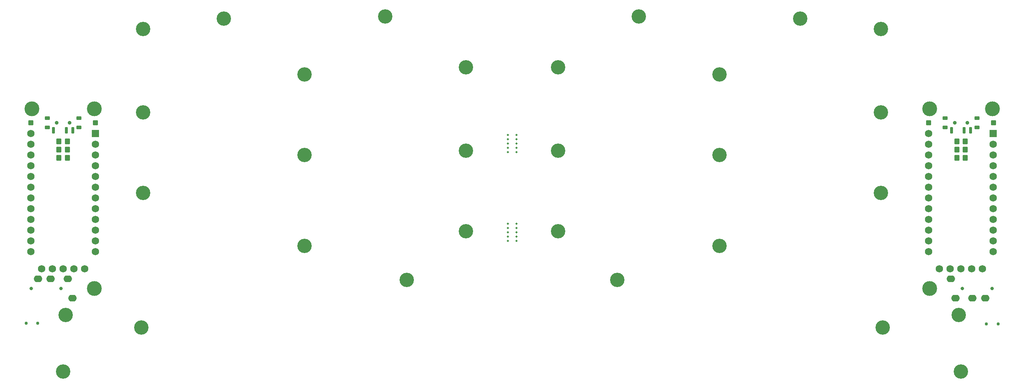
<source format=gbs>
%TF.GenerationSoftware,KiCad,Pcbnew,7.0.7-2.fc38*%
%TF.CreationDate,2023-10-04T20:00:28+05:30*%
%TF.ProjectId,tako,74616b6f-2e6b-4696-9361-645f70636258,rev?*%
%TF.SameCoordinates,Original*%
%TF.FileFunction,Soldermask,Bot*%
%TF.FilePolarity,Negative*%
%FSLAX46Y46*%
G04 Gerber Fmt 4.6, Leading zero omitted, Abs format (unit mm)*
G04 Created by KiCad (PCBNEW 7.0.7-2.fc38) date 2023-10-04 20:00:28*
%MOMM*%
%LPD*%
G01*
G04 APERTURE LIST*
G04 Aperture macros list*
%AMRoundRect*
0 Rectangle with rounded corners*
0 $1 Rounding radius*
0 $2 $3 $4 $5 $6 $7 $8 $9 X,Y pos of 4 corners*
0 Add a 4 corners polygon primitive as box body*
4,1,4,$2,$3,$4,$5,$6,$7,$8,$9,$2,$3,0*
0 Add four circle primitives for the rounded corners*
1,1,$1+$1,$2,$3*
1,1,$1+$1,$4,$5*
1,1,$1+$1,$6,$7*
1,1,$1+$1,$8,$9*
0 Add four rect primitives between the rounded corners*
20,1,$1+$1,$2,$3,$4,$5,0*
20,1,$1+$1,$4,$5,$6,$7,0*
20,1,$1+$1,$6,$7,$8,$9,0*
20,1,$1+$1,$8,$9,$2,$3,0*%
G04 Aperture macros list end*
%ADD10RoundRect,0.312500X-0.312500X-0.312500X0.312500X-0.312500X0.312500X0.312500X-0.312500X0.312500X0*%
%ADD11C,3.400000*%
%ADD12C,0.750000*%
%ADD13C,0.500000*%
%ADD14C,3.500000*%
%ADD15C,0.800000*%
%ADD16O,2.000000X1.600000*%
%ADD17RoundRect,0.312500X0.312500X0.312500X-0.312500X0.312500X-0.312500X-0.312500X0.312500X-0.312500X0*%
%ADD18C,1.752600*%
%ADD19RoundRect,0.120000X-0.480000X-0.280000X0.480000X-0.280000X0.480000X0.280000X-0.480000X0.280000X0*%
%ADD20C,0.900000*%
%ADD21RoundRect,0.105000X-0.245000X-0.645000X0.245000X-0.645000X0.245000X0.645000X-0.245000X0.645000X0*%
%ADD22RoundRect,0.250000X0.350000X0.450000X-0.350000X0.450000X-0.350000X-0.450000X0.350000X-0.450000X0*%
%ADD23RoundRect,0.250000X-0.350000X-0.450000X0.350000X-0.450000X0.350000X0.450000X-0.350000X0.450000X0*%
%ADD24R,1.752600X1.752600*%
G04 APERTURE END LIST*
D10*
%TO.C,BAT_HOLE-101*%
X38155480Y-57819423D03*
%TD*%
D11*
%TO.C,H103*%
X140906339Y-83435489D03*
%TD*%
%TO.C,H1*%
X162639543Y-44666058D03*
%TD*%
%TO.C,H102*%
X140906350Y-64385490D03*
%TD*%
D12*
%TO.C,RSW1*%
X266490971Y-105420627D03*
X263740971Y-105420627D03*
%TD*%
D11*
%TO.C,H18*%
X45829990Y-116671093D03*
%TD*%
D13*
%TO.C,mouse-bite-2mm-slot*%
X150753549Y-60678491D03*
X150753549Y-61694491D03*
X150753549Y-62710491D03*
X150753549Y-63726491D03*
X150753549Y-64742491D03*
X152785549Y-60678491D03*
X152785549Y-61694491D03*
X152785549Y-62710491D03*
X152785549Y-63726491D03*
X152785549Y-64742491D03*
%TD*%
D10*
%TO.C,BAT_HOLE+1*%
X250116908Y-57819421D03*
%TD*%
D11*
%TO.C,H9*%
X219789549Y-33166058D03*
%TD*%
%TO.C,H110*%
X64706339Y-35666056D03*
%TD*%
D14*
%TO.C,H115*%
X53181889Y-54480531D03*
%TD*%
D11*
%TO.C,H108*%
X102806338Y-86959989D03*
%TD*%
%TO.C,H10*%
X238839551Y-35666058D03*
%TD*%
D14*
%TO.C,H17*%
X250364002Y-97039421D03*
%TD*%
D11*
%TO.C,H105*%
X126906338Y-94960499D03*
%TD*%
%TO.C,H13*%
X239297894Y-106243092D03*
%TD*%
%TO.C,H2*%
X162639541Y-64385492D03*
%TD*%
%TO.C,H112*%
X64706342Y-74434994D03*
%TD*%
%TO.C,H5*%
X176639550Y-94960499D03*
%TD*%
%TO.C,H113*%
X64247990Y-106243093D03*
%TD*%
D14*
%TO.C,H116*%
X38400564Y-54480077D03*
%TD*%
D11*
%TO.C,H104*%
X121856340Y-32666056D03*
%TD*%
%TO.C,H107*%
X102806347Y-65434996D03*
%TD*%
D14*
%TO.C,H15*%
X250364001Y-54480531D03*
%TD*%
D15*
%TO.C,J1*%
X265065975Y-97039423D03*
X258065975Y-97039423D03*
D16*
X255365975Y-94739423D03*
X263465975Y-99339423D03*
X260465975Y-99339423D03*
X256465975Y-99339423D03*
%TD*%
D11*
%TO.C,H14*%
X257188549Y-103298991D03*
%TD*%
%TO.C,H114*%
X46357339Y-103298990D03*
%TD*%
D14*
%TO.C,H117*%
X53181888Y-97039423D03*
%TD*%
D11*
%TO.C,H12*%
X238839549Y-74434995D03*
%TD*%
%TO.C,H6*%
X200739542Y-46384998D03*
%TD*%
D13*
%TO.C,mouse-bite-2mm-slot*%
X150753551Y-81678492D03*
X150753551Y-82694492D03*
X150753551Y-83710492D03*
X150753551Y-84726492D03*
X150753551Y-85742492D03*
X152785551Y-81678492D03*
X152785551Y-82694492D03*
X152785551Y-83710492D03*
X152785551Y-84726492D03*
X152785551Y-85742492D03*
%TD*%
D11*
%TO.C,H101*%
X140906345Y-44666058D03*
%TD*%
D17*
%TO.C,BAT_HOLE+101*%
X53428978Y-57819423D03*
%TD*%
D11*
%TO.C,H4*%
X181689545Y-32666057D03*
%TD*%
%TO.C,H11*%
X238839549Y-55384995D03*
%TD*%
D18*
%TO.C,DISP1*%
X252674330Y-92332635D03*
X255214330Y-92332635D03*
X257754330Y-92332635D03*
X260294330Y-92332635D03*
X262834330Y-92332635D03*
%TD*%
%TO.C,DISP101*%
X40711557Y-92332635D03*
X43251557Y-92332635D03*
X45791557Y-92332635D03*
X48331557Y-92332635D03*
X50871557Y-92332635D03*
%TD*%
D11*
%TO.C,H109*%
X83756337Y-33166058D03*
%TD*%
D14*
%TO.C,H16*%
X265145326Y-54480079D03*
%TD*%
D11*
%TO.C,H7*%
X200739541Y-65434995D03*
%TD*%
D17*
%TO.C,BAT_HOLE-1*%
X265390409Y-57819423D03*
%TD*%
D15*
%TO.C,J101*%
X38262468Y-97030596D03*
X45262468Y-97030596D03*
D16*
X47962468Y-99330596D03*
X39862468Y-94730596D03*
X42862468Y-94730596D03*
X46862468Y-94730596D03*
%TD*%
D12*
%TO.C,RSW101*%
X37062468Y-105230596D03*
X39812468Y-105230596D03*
%TD*%
D11*
%TO.C,H111*%
X64706336Y-55384996D03*
%TD*%
%TO.C,H3*%
X162639550Y-83435488D03*
%TD*%
%TO.C,H19*%
X257715972Y-116670626D03*
%TD*%
%TO.C,H8*%
X200739548Y-86959992D03*
%TD*%
%TO.C,H106*%
X102806346Y-46384994D03*
%TD*%
D19*
%TO.C,PSW1*%
X254004580Y-56712138D03*
X254004580Y-58922138D03*
D20*
X256254580Y-57812138D03*
X259254580Y-57812138D03*
D19*
X261504580Y-56712138D03*
X261504580Y-58922138D03*
D21*
X255504580Y-59572138D03*
X258504580Y-59572138D03*
X260004580Y-59572138D03*
%TD*%
D22*
%TO.C,R101*%
X46773372Y-62242136D03*
X44773372Y-62242136D03*
%TD*%
D19*
%TO.C,PSW101*%
X42041307Y-56712135D03*
X42041307Y-58922135D03*
D20*
X44291307Y-57812135D03*
X47291307Y-57812135D03*
D19*
X49541307Y-56712135D03*
X49541307Y-58922135D03*
D21*
X43541307Y-59572135D03*
X46541307Y-59572135D03*
X48041307Y-59572135D03*
%TD*%
D23*
%TO.C,R102*%
X44773374Y-64192135D03*
X46773374Y-64192135D03*
%TD*%
D24*
%TO.C,U1*%
X265374575Y-60373659D03*
D18*
X265374575Y-62913659D03*
X265374575Y-65453659D03*
X265374575Y-67993659D03*
X265374575Y-70533659D03*
X265374575Y-73073659D03*
X265374575Y-75613659D03*
X265374575Y-78153659D03*
X265374575Y-80693659D03*
X265374575Y-83233659D03*
X265374575Y-85773659D03*
X265374575Y-88313659D03*
X250134575Y-88313659D03*
X250134575Y-85773659D03*
X250134575Y-83233659D03*
X250134575Y-80693659D03*
X250134575Y-78153659D03*
X250134575Y-75613659D03*
X250134575Y-73073659D03*
X250134575Y-70533659D03*
X250134575Y-67993659D03*
X250134575Y-65453659D03*
X250134575Y-62913659D03*
X250134575Y-60373659D03*
%TD*%
D22*
%TO.C,R3*%
X258772518Y-66142134D03*
X256772518Y-66142134D03*
%TD*%
D24*
%TO.C,U101*%
X53411311Y-60373658D03*
D18*
X53411311Y-62913658D03*
X53411311Y-65453658D03*
X53411311Y-67993658D03*
X53411311Y-70533658D03*
X53411311Y-73073658D03*
X53411311Y-75613658D03*
X53411311Y-78153658D03*
X53411311Y-80693658D03*
X53411311Y-83233658D03*
X53411311Y-85773658D03*
X53411311Y-88313658D03*
X38171311Y-88313658D03*
X38171311Y-85773658D03*
X38171311Y-83233658D03*
X38171311Y-80693658D03*
X38171311Y-78153658D03*
X38171311Y-75613658D03*
X38171311Y-73073658D03*
X38171311Y-70533658D03*
X38171311Y-67993658D03*
X38171311Y-65453658D03*
X38171311Y-62913658D03*
X38171311Y-60373658D03*
%TD*%
D22*
%TO.C,R2*%
X258772513Y-64192137D03*
X256772513Y-64192137D03*
%TD*%
D23*
%TO.C,R1*%
X256772514Y-62242136D03*
X258772514Y-62242136D03*
%TD*%
%TO.C,R103*%
X44773372Y-66142134D03*
X46773372Y-66142134D03*
%TD*%
M02*

</source>
